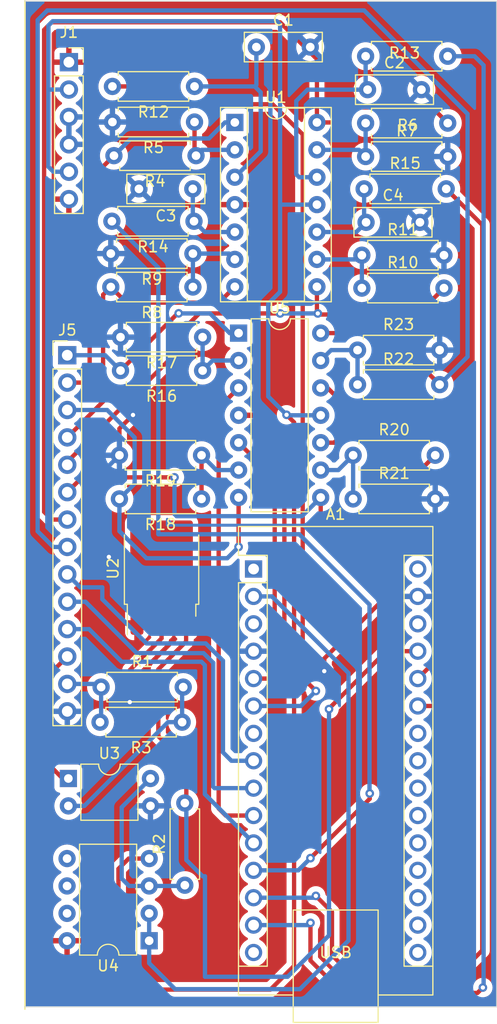
<source format=kicad_pcb>
(kicad_pcb (version 20221018) (generator pcbnew)
  (layers (0 "F.Cu" signal) (31 "B.Cu" signal) (34 "B.Paste" user) (35 "F.Paste" user) (36 "B.SilkS" user "B.Silkscreen") (37 "F.SilkS" user "F.Silkscreen") (38 "B.Mask" user) (39 "F.Mask" user) (44 "Edge.Cuts" user))
  (net 0 "")
  (net 2 "MIDI_DATA")
  (net 4 "GND")
  (net 5 "D2")
  (net 6 "D3")
  (net 7 "D4")
  (net 8 "ENCA")
  (net 9 "ENCB")
  (net 10 "D1")
  (net 13 "SW")
  (net 20 "A1")
  (net 21 "A2")
  (net 22 "A3")
  (net 23 "A4")
  (net 25 "+5V")
  (net 28 "Net-(U1A-+)")
  (net 29 "Net-(U1D-+)")
  (net 30 "Net-(U1B-+)")
  (net 31 "Net-(U1C-+)")
  (net 33 "CV1")
  (net 34 "CV4")
  (net 35 "CV3")
  (net 36 "CV2")
  (net 37 "GT1")
  (net 38 "GT2")
  (net 39 "GT3")
  (net 40 "GT4")
  (net 41 "MIDI-5")
  (net 42 "Net-(R1-Pad2)")
  (net 43 "Net-(U4A-+)")
  (net 44 "Net-(U1A--)")
  (net 45 "Net-(U1D--)")
  (net 46 "Net-(U1B--)")
  (net 47 "Net-(U1C--)")
  (net 48 "Net-(U5A--)")
  (net 49 "Net-(U5B--)")
  (net 50 "Net-(U5C--)")
  (net 51 "Net-(U5D--)")
  (net 52 "+12V")
  (net 53 "MIDI-4")
  (net 57 "-12V")
  (footprint "Package_DIP:DIP-8_W7.62mm" (layer "F.Cu") (at 155.53 131.66 180)
    (fp_text reference "U4" (at 3.81 -2.33) (layer "F.SilkS"))
    (fp_text value "TL072")
    (pad "1" thru_hole rect (at 0 0 180) (size 1.6 1.6) (drill 0.8) (layers "*.Cu" "*.Mask") (net 2 "MIDI_DATA"))
    (pad "2" thru_hole oval (at 0 2.54 180) (size 1.6 1.6) (drill 0.8) (layers "*.Cu" "*.Mask") (net 2 "MIDI_DATA"))
    (pad "3" thru_hole oval (at 0 5.08 180) (size 1.6 1.6) (drill 0.8) (layers "*.Cu" "*.Mask") (net 43 "Net-(U4A-+)"))
    (pad "4" thru_hole oval (at 0 7.62 180) (size 1.6 1.6) (drill 0.8) (layers "*.Cu" "*.Mask") (net 57 "-12V"))
    (pad "5" thru_hole oval (at 7.62 7.62 180) (size 1.6 1.6) (drill 0.8) (layers "*.Cu" "*.Mask"))
    (pad "6" thru_hole oval (at 7.62 5.08 180) (size 1.6 1.6) (drill 0.8) (layers "*.Cu" "*.Mask"))
    (pad "7" thru_hole oval (at 7.62 2.54 180) (size 1.6 1.6) (drill 0.8) (layers "*.Cu" "*.Mask"))
    (pad "8" thru_hole oval (at 7.62 0 180) (size 1.6 1.6) (drill 0.8) (layers "*.Cu" "*.Mask") (net 52 "+12V"))
  )
  (footprint "Capacitor_THT:C_Rect_L7.0mm_W2.5mm_P5.00mm" (layer "F.Cu") (at 165.48 48.79)
    (fp_text reference "C1" (at 2.5 -2.5) (layer "F.SilkS"))
    (fp_text value "C")
    (pad "1" thru_hole circle (at 0 0) (size 1.6 1.6) (drill 0.8) (layers "*.Cu" "*.Mask") (net 28 "Net-(U1A-+)"))
    (pad "2" thru_hole circle (at 5 0) (size 1.6 1.6) (drill 0.8) (layers "*.Cu" "*.Mask") (net 4 "GND"))
  )
  (footprint "Resistor_THT:R_Axial_DIN0207_L6.3mm_D2.5mm_P7.62mm_Horizontal" (layer "F.Cu") (at 151.07 108.14)
    (fp_text reference "R1" (at 3.81 -2.37) (layer "F.SilkS"))
    (fp_text value "R")
    (pad "1" thru_hole circle (at 0 0) (size 1.6 1.6) (drill 0.8) (layers "*.Cu" "*.Mask") (net 41 "MIDI-5"))
    (pad "2" thru_hole oval (at 7.62 0) (size 1.6 1.6) (drill 0.8) (layers "*.Cu" "*.Mask") (net 42 "Net-(R1-Pad2)"))
  )
  (footprint "Resistor_THT:R_Axial_DIN0207_L6.3mm_D2.5mm_P7.62mm_Horizontal" (layer "F.Cu") (at 174.46 90.69)
    (fp_text reference "R21" (at 3.81 -2.37) (layer "F.SilkS"))
    (fp_text value "R")
    (pad "1" thru_hole circle (at 0 0) (size 1.6 1.6) (drill 0.8) (layers "*.Cu" "*.Mask") (net 50 "Net-(U5C--)"))
    (pad "2" thru_hole oval (at 7.62 0) (size 1.6 1.6) (drill 0.8) (layers "*.Cu" "*.Mask") (net 4 "GND"))
  )
  (footprint "Capacitor_THT:C_Rect_L7.0mm_W2.5mm_P5.00mm" (layer "F.Cu") (at 159.58 61.94 180)
    (fp_text reference "C3" (at 2.5 -2.5) (layer "F.SilkS"))
    (fp_text value "C")
    (pad "1" thru_hole circle (at 0 0 180) (size 1.6 1.6) (drill 0.8) (layers "*.Cu" "*.Mask") (net 30 "Net-(U1B-+)"))
    (pad "2" thru_hole circle (at 5 0 180) (size 1.6 1.6) (drill 0.8) (layers "*.Cu" "*.Mask") (net 4 "GND"))
  )
  (footprint "Resistor_THT:R_Axial_DIN0207_L6.3mm_D2.5mm_P7.62mm_Horizontal" (layer "F.Cu") (at 174.87 76.89)
    (fp_text reference "R23" (at 3.81 -2.37) (layer "F.SilkS"))
    (fp_text value "R")
    (pad "1" thru_hole circle (at 0 0) (size 1.6 1.6) (drill 0.8) (layers "*.Cu" "*.Mask") (net 51 "Net-(U5D--)"))
    (pad "2" thru_hole oval (at 7.62 0) (size 1.6 1.6) (drill 0.8) (layers "*.Cu" "*.Mask") (net 4 "GND"))
  )
  (footprint "Resistor_THT:R_Axial_DIN0207_L6.3mm_D2.5mm_P7.62mm_Horizontal" (layer "F.Cu") (at 159.59 71.04 180)
    (fp_text reference "R8" (at 3.81 -2.37) (layer "F.SilkS"))
    (fp_text value "R")
    (pad "1" thru_hole circle (at 0 0 180) (size 1.6 1.6) (drill 0.8) (layers "*.Cu" "*.Mask") (net 46 "Net-(U1B--)"))
    (pad "2" thru_hole oval (at 7.62 0 180) (size 1.6 1.6) (drill 0.8) (layers "*.Cu" "*.Mask") (net 36 "CV2"))
  )
  (footprint "Resistor_THT:R_Axial_DIN0207_L6.3mm_D2.5mm_P7.62mm_Horizontal" (layer "F.Cu") (at 175.27 71.14)
    (fp_text reference "R10" (at 3.81 -2.37) (layer "F.SilkS"))
    (fp_text value "R")
    (pad "1" thru_hole circle (at 0 0) (size 1.6 1.6) (drill 0.8) (layers "*.Cu" "*.Mask") (net 47 "Net-(U1C--)"))
    (pad "2" thru_hole oval (at 7.62 0) (size 1.6 1.6) (drill 0.8) (layers "*.Cu" "*.Mask") (net 35 "CV3"))
  )
  (footprint "Capacitor_THT:C_Rect_L7.0mm_W2.5mm_P5.00mm" (layer "F.Cu") (at 175.8 52.74)
    (fp_text reference "C2" (at 2.5 -2.5) (layer "F.SilkS"))
    (fp_text value "C")
    (pad "1" thru_hole circle (at 0 0) (size 1.6 1.6) (drill 0.8) (layers "*.Cu" "*.Mask") (net 29 "Net-(U1D-+)"))
    (pad "2" thru_hole circle (at 5 0) (size 1.6 1.6) (drill 0.8) (layers "*.Cu" "*.Mask") (net 4 "GND"))
  )
  (footprint "Resistor_THT:R_Axial_DIN0207_L6.3mm_D2.5mm_P7.62mm_Horizontal" (layer "F.Cu") (at 175.62 49.64)
    (fp_text reference "R13" (at 3.61 -0.3) (layer "F.SilkS"))
    (fp_text value "R")
    (pad "1" thru_hole circle (at 0 0) (size 1.6 1.6) (drill 0.8) (layers "*.Cu" "*.Mask") (net 29 "Net-(U1D-+)"))
    (pad "2" thru_hole oval (at 7.62 0) (size 1.6 1.6) (drill 0.8) (layers "*.Cu" "*.Mask") (net 23 "A4"))
  )
  (footprint "Resistor_THT:R_Axial_DIN0207_L6.3mm_D2.5mm_P7.62mm_Horizontal" (layer "F.Cu") (at 174.46 86.64)
    (fp_text reference "R20" (at 3.81 -2.37) (layer "F.SilkS"))
    (fp_text value "R")
    (pad "1" thru_hole circle (at 0 0) (size 1.6 1.6) (drill 0.8) (layers "*.Cu" "*.Mask") (net 50 "Net-(U5C--)"))
    (pad "2" thru_hole oval (at 7.62 0) (size 1.6 1.6) (drill 0.8) (layers "*.Cu" "*.Mask") (net 39 "GT3"))
  )
  (footprint "Resistor_THT:R_Axial_DIN0207_L6.3mm_D2.5mm_P7.62mm_Horizontal" (layer "F.Cu") (at 158.84 126.51 90)
    (fp_text reference "R2" (at 3.81 -2.37 90) (layer "F.SilkS"))
    (fp_text value "R")
    (pad "1" thru_hole circle (at 0 0 90) (size 1.6 1.6) (drill 0.8) (layers "*.Cu" "*.Mask") (net 43 "Net-(U4A-+)"))
    (pad "2" thru_hole oval (at 7.62 0 90) (size 1.6 1.6) (drill 0.8) (layers "*.Cu" "*.Mask") (net 25 "+5V"))
  )
  (footprint "Resistor_THT:R_Axial_DIN0207_L6.3mm_D2.5mm_P7.62mm_Horizontal" (layer "F.Cu") (at 175.62 58.94)
    (fp_text reference "R7" (at 3.81 -2.37) (layer "F.SilkS"))
    (fp_text value "R")
    (pad "1" thru_hole circle (at 0 0) (size 1.6 1.6) (drill 0.8) (layers "*.Cu" "*.Mask") (net 45 "Net-(U1D--)"))
    (pad "2" thru_hole oval (at 7.62 0) (size 1.6 1.6) (drill 0.8) (layers "*.Cu" "*.Mask") (net 4 "GND"))
  )
  (footprint "Resistor_THT:R_Axial_DIN0207_L6.3mm_D2.5mm_P7.62mm_Horizontal" (layer "F.Cu") (at 159.59 67.94 180)
    (fp_text reference "R9" (at 3.81 -2.37) (layer "F.SilkS"))
    (fp_text value "R")
    (pad "1" thru_hole circle (at 0 0 180) (size 1.6 1.6) (drill 0.8) (layers "*.Cu" "*.Mask") (net 46 "Net-(U1B--)"))
    (pad "2" thru_hole oval (at 7.62 0 180) (size 1.6 1.6) (drill 0.8) (layers "*.Cu" "*.Mask") (net 4 "GND"))
  )
  (footprint "Resistor_THT:R_Axial_DIN0207_L6.3mm_D2.5mm_P7.62mm_Horizontal" (layer "F.Cu") (at 160.39 90.69 180)
    (fp_text reference "R18" (at 3.81 -2.37) (layer "F.SilkS"))
    (fp_text value "R")
    (pad "1" thru_hole circle (at 0 0 180) (size 1.6 1.6) (drill 0.8) (layers "*.Cu" "*.Mask") (net 49 "Net-(U5B--)"))
    (pad "2" thru_hole oval (at 7.62 0 180) (size 1.6 1.6) (drill 0.8) (layers "*.Cu" "*.Mask") (net 38 "GT2"))
  )
  (footprint "Resistor_THT:R_Axial_DIN0207_L6.3mm_D2.5mm_P7.62mm_Horizontal" (layer "F.Cu") (at 160.49 75.69 180)
    (fp_text reference "R17" (at 3.81 -2.37) (layer "F.SilkS"))
    (fp_text value "R")
    (pad "1" thru_hole circle (at 0 0 180) (size 1.6 1.6) (drill 0.8) (layers "*.Cu" "*.Mask") (net 48 "Net-(U5A--)"))
    (pad "2" thru_hole oval (at 7.62 0 180) (size 1.6 1.6) (drill 0.8) (layers "*.Cu" "*.Mask") (net 4 "GND"))
  )
  (footprint "Package_DIP:DIP-4_W7.62mm" (layer "F.Cu") (at 148.03 116.615)
    (fp_text reference "U3" (at 3.81 -2.33) (layer "F.SilkS"))
    (fp_text value "EL817")
    (pad "1" thru_hole rect (at 0 0) (size 1.6 1.6) (drill 0.8) (layers "*.Cu" "*.Mask") (net 53 "MIDI-4"))
    (pad "2" thru_hole oval (at 0 2.54) (size 1.6 1.6) (drill 0.8) (layers "*.Cu" "*.Mask") (net 42 "Net-(R1-Pad2)"))
    (pad "3" thru_hole oval (at 7.62 2.54) (size 1.6 1.6) (drill 0.8) (layers "*.Cu" "*.Mask") (net 4 "GND"))
    (pad "4" thru_hole oval (at 7.62 0) (size 1.6 1.6) (drill 0.8) (layers "*.Cu" "*.Mask") (net 43 "Net-(U4A-+)"))
  )
  (footprint "Resistor_THT:R_Axial_DIN0207_L6.3mm_D2.5mm_P7.62mm_Horizontal" (layer "F.Cu") (at 160.49 78.79 180)
    (fp_text reference "R16" (at 3.81 -2.37) (layer "F.SilkS"))
    (fp_text value "R")
    (pad "1" thru_hole circle (at 0 0 180) (size 1.6 1.6) (drill 0.8) (layers "*.Cu" "*.Mask") (net 48 "Net-(U5A--)"))
    (pad "2" thru_hole oval (at 7.62 0 180) (size 1.6 1.6) (drill 0.8) (layers "*.Cu" "*.Mask") (net 37 "GT1"))
  )
  (footprint "Resistor_THT:R_Axial_DIN0207_L6.3mm_D2.5mm_P7.62mm_Horizontal" (layer "F.Cu") (at 175.48 61.94)
    (fp_text reference "R15" (at 3.81 -2.37) (layer "F.SilkS"))
    (fp_text value "R")
    (pad "1" thru_hole circle (at 0 0) (size 1.6 1.6) (drill 0.8) (layers "*.Cu" "*.Mask") (net 31 "Net-(U1C-+)"))
    (pad "2" thru_hole oval (at 7.62 0) (size 1.6 1.6) (drill 0.8) (layers "*.Cu" "*.Mask") (net 22 "A3"))
  )
  (footprint "Package_DIP:DIP-14_W7.62mm_Socket" (layer "F.Cu") (at 163.48 55.78)
    (fp_text reference "U1" (at 3.81 -2.33) (layer "F.SilkS"))
    (fp_text value "TL074")
    (pad "1" thru_hole rect (at 0 0) (size 1.6 1.6) (drill 0.8) (layers "*.Cu" "*.Mask") (net 33 "CV1"))
    (pad "2" thru_hole oval (at 0 2.54) (size 1.6 1.6) (drill 0.8) (layers "*.Cu" "*.Mask") (net 44 "Net-(U1A--)"))
    (pad "3" thru_hole oval (at 0 5.08) (size 1.6 1.6) (drill 0.8) (layers "*.Cu" "*.Mask") (net 28 "Net-(U1A-+)"))
    (pad "4" thru_hole oval (at 0 7.62) (size 1.6 1.6) (drill 0.8) (layers "*.Cu" "*.Mask") (net 52 "+12V"))
    (pad "5" thru_hole oval (at 0 10.16) (size 1.6 1.6) (drill 0.8) (layers "*.Cu" "*.Mask") (net 30 "Net-(U1B-+)"))
    (pad "6" thru_hole oval (at 0 12.7) (size 1.6 1.6) (drill 0.8) (layers "*.Cu" "*.Mask") (net 46 "Net-(U1B--)"))
    (pad "7" thru_hole oval (at 0 15.24) (size 1.6 1.6) (drill 0.8) (layers "*.Cu" "*.Mask") (net 36 "CV2"))
    (pad "8" thru_hole oval (at 7.62 15.24) (size 1.6 1.6) (drill 0.8) (layers "*.Cu" "*.Mask") (net 35 "CV3"))
    (pad "9" thru_hole oval (at 7.62 12.7) (size 1.6 1.6) (drill 0.8) (layers "*.Cu" "*.Mask") (net 47 "Net-(U1C--)"))
    (pad "10" thru_hole oval (at 7.62 10.16) (size 1.6 1.6) (drill 0.8) (layers "*.Cu" "*.Mask") (net 31 "Net-(U1C-+)"))
    (pad "11" thru_hole oval (at 7.62 7.62) (size 1.6 1.6) (drill 0.8) (layers "*.Cu" "*.Mask") (net 57 "-12V"))
    (pad "12" thru_hole oval (at 7.62 5.08) (size 1.6 1.6) (drill 0.8) (layers "*.Cu" "*.Mask") (net 29 "Net-(U1D-+)"))
    (pad "13" thru_hole oval (at 7.62 2.54) (size 1.6 1.6) (drill 0.8) (layers "*.Cu" "*.Mask") (net 45 "Net-(U1D--)"))
    (pad "14" thru_hole oval (at 7.62 0) (size 1.6 1.6) (drill 0.8) (layers "*.Cu" "*.Mask") (net 34 "CV4"))
  )
  (footprint "Connector_PinHeader_2.54mm:PinHeader_1x14_P2.54mm_Vertical" (layer "F.Cu") (at 147.93 77.365)
    (fp_text reference "J5" (at 0 -2.33) (layer "F.SilkS"))
    (fp_text value "Conn_01x14_Pin")
    (pad "1" thru_hole rect (at 0 0) (size 1.7 1.7) (drill 1) (layers "*.Cu" "*.Mask") (net 37 "GT1"))
    (pad "2" thru_hole oval (at 0 2.54) (size 1.7 1.7) (drill 1) (layers "*.Cu" "*.Mask") (net 33 "CV1"))
    (pad "3" thru_hole oval (at 0 5.08) (size 1.7 1.7) (drill 1) (layers "*.Cu" "*.Mask") (net 38 "GT2"))
    (pad "4" thru_hole oval (at 0 7.62) (size 1.7 1.7) (drill 1) (layers "*.Cu" "*.Mask") (net 36 "CV2"))
    (pad "5" thru_hole oval (at 0 10.16) (size 1.7 1.7) (drill 1) (layers "*.Cu" "*.Mask") (net 35 "CV3"))
    (pad "6" thru_hole oval (at 0 12.7) (size 1.7 1.7) (drill 1) (layers "*.Cu" "*.Mask") (net 39 "GT3"))
    (pad "7" thru_hole oval (at 0 15.24) (size 1.7 1.7) (drill 1) (layers "*.Cu" "*.Mask") (net 34 "CV4"))
    (pad "8" thru_hole oval (at 0 17.78) (size 1.7 1.7) (drill 1) (layers "*.Cu" "*.Mask") (net 40 "GT4"))
    (pad "9" thru_hole oval (at 0 20.32) (size 1.7 1.7) (drill 1) (layers "*.Cu" "*.Mask") (net 8 "ENCA"))
    (pad "10" thru_hole oval (at 0 22.86) (size 1.7 1.7) (drill 1) (layers "*.Cu" "*.Mask") (net 9 "ENCB"))
    (pad "11" thru_hole oval (at 0 25.4) (size 1.7 1.7) (drill 1) (layers "*.Cu" "*.Mask") (net 13 "SW"))
    (pad "12" thru_hole oval (at 0 27.94) (size 1.7 1.7) (drill 1) (layers "*.Cu" "*.Mask") (net 53 "MIDI-4"))
    (pad "13" thru_hole oval (at 0 30.48) (size 1.7 1.7) (drill 1) (layers "*.Cu" "*.Mask") (net 41 "MIDI-5"))
    (pad "14" thru_hole oval (at 0 33.02) (size 1.7 1.7) (drill 1) (layers "*.Cu" "*.Mask") (net 4 "GND"))
  )
  (footprint "Resistor_THT:R_Axial_DIN0207_L6.3mm_D2.5mm_P7.62mm_Horizontal" (layer "F.Cu") (at 159.74 52.44 180)
    (fp_text reference "R12" (at 3.81 -2.37) (layer "F.SilkS"))
    (fp_text value "R")
    (pad "1" thru_hole circle (at 0 0 180) (size 1.6 1.6) (drill 0.8) (layers "*.Cu" "*.Mask") (net 28 "Net-(U1A-+)"))
    (pad "2" thru_hole oval (at 7.62 0 180) (size 1.6 1.6) (drill 0.8) (layers "*.Cu" "*.Mask") (net 20 "A1"))
  )
  (footprint "Resistor_THT:R_Axial_DIN0207_L6.3mm_D2.5mm_P7.62mm_Horizontal" (layer "F.Cu") (at 159.74 55.74 180)
    (fp_text reference "R5" (at 3.81 -2.37) (layer "F.SilkS"))
    (fp_text value "R")
    (pad "1" thru_hole circle (at 0 0 180) (size 1.6 1.6) (drill 0.8) (layers "*.Cu" "*.Mask") (net 44 "Net-(U1A--)"))
    (pad "2" thru_hole oval (at 7.62 0 180) (size 1.6 1.6) (drill 0.8) (layers "*.Cu" "*.Mask") (net 4 "GND"))
  )
  (footprint "Package_DIP:DIP-14_W7.62mm" (layer "F.Cu") (at 163.83 75.315)
    (fp_text reference "U5" (at 3.81 -2.33) (layer "F.SilkS"))
    (fp_text value "TL074")
    (pad "1" thru_hole rect (at 0 0) (size 1.6 1.6) (drill 0.8) (layers "*.Cu" "*.Mask") (net 37 "GT1"))
    (pad "2" thru_hole oval (at 0 2.54) (size 1.6 1.6) (drill 0.8) (layers "*.Cu" "*.Mask") (net 48 "Net-(U5A--)"))
    (pad "3" thru_hole oval (at 0 5.08) (size 1.6 1.6) (drill 0.8) (layers "*.Cu" "*.Mask") (net 10 "D1"))
    (pad "4" thru_hole oval (at 0 7.62) (size 1.6 1.6) (drill 0.8) (layers "*.Cu" "*.Mask") (net 52 "+12V"))
    (pad "5" thru_hole oval (at 0 10.16) (size 1.6 1.6) (drill 0.8) (layers "*.Cu" "*.Mask") (net 5 "D2"))
    (pad "6" thru_hole oval (at 0 12.7) (size 1.6 1.6) (drill 0.8) (layers "*.Cu" "*.Mask") (net 49 "Net-(U5B--)"))
    (pad "7" thru_hole oval (at 0 15.24) (size 1.6 1.6) (drill 0.8) (layers "*.Cu" "*.Mask") (net 38 "GT2"))
    (pad "8" thru_hole oval (at 7.62 15.24) (size 1.6 1.6) (drill 0.8) (layers "*.Cu" "*.Mask") (net 39 "GT3"))
    (pad "9" thru_hole oval (at 7.62 12.7) (size 1.6 1.6) (drill 0.8) (layers "*.Cu" "*.Mask") (net 50 "Net-(U5C--)"))
    (pad "10" thru_hole oval (at 7.62 10.16) (size 1.6 1.6) (drill 0.8) (layers "*.Cu" "*.Mask") (net 6 "D3"))
    (pad "11" thru_hole oval (at 7.62 7.62) (size 1.6 1.6) (drill 0.8) (layers "*.Cu" "*.Mask") (net 57 "-12V"))
    (pad "12" thru_hole oval (at 7.62 5.08) (size 1.6 1.6) (drill 0.8) (layers "*.Cu" "*.Mask") (net 7 "D4"))
    (pad "13" thru_hole oval (at 7.62 2.54) (size 1.6 1.6) (drill 0.8) (layers "*.Cu" "*.Mask") (net 51 "Net-(U5D--)"))
    (pad "14" thru_hole oval (at 7.62 0) (size 1.6 1.6) (drill 0.8) (layers "*.Cu" "*.Mask") (net 40 "GT4"))
  )
  (footprint "Resistor_THT:R_Axial_DIN0207_L6.3mm_D2.5mm_P7.62mm_Horizontal" (layer "F.Cu") (at 159.88 58.86 180)
    (fp_text reference "R4" (at 3.81 -2.37) (layer "F.SilkS"))
    (fp_text value "R")
    (pad "1" thru_hole circle (at 0 0 180) (size 1.6 1.6) (drill 0.8) (layers "*.Cu" "*.Mask") (net 44 "Net-(U1A--)"))
    (pad "2" thru_hole oval (at 7.62 0 180) (size 1.6 1.6) (drill 0.8) (layers "*.Cu" "*.Mask") (net 33 "CV1"))
  )
  (footprint "Package_TO_SOT_SMD:TO-252-3_TabPin2" (layer "F.Cu") (at 156.68 97.15 90)
    (fp_text reference "U2" (at 0 -4.5 90) (layer "F.SilkS"))
    (fp_text value "L7806")
    (pad "1" smd roundrect (at -5.04 -2.28 90) (size 2.2 1.2) (layers "F.Cu" "F.Paste" "F.Mask") (roundrect_rratio 0.2083333333) (net 52 "+12V"))
    (pad "2" smd roundrect (at -5.04 0 90) (size 2.2 1.2) (layers "F.Cu" "F.Paste" "F.Mask") (roundrect_rratio 0.2083333333) (net 4 "GND"))
    (pad "2" smd roundrect (at -0.415 -1.525 90) (size 3.05 2.75) (layers "F.Cu" "F.Paste") (roundrect_rratio 0.09090909091) (net 4 "GND"))
    (pad "2" smd roundrect (at -0.415 1.525 90) (size 3.05 2.75) (layers "F.Cu" "F.Paste") (roundrect_rratio 0.09090909091) (net 4 "GND"))
    (pad "2" smd roundrect (at 1.26 0 90) (size 6.4 5.8) (layers "F.Cu" "F.Mask") (roundrect_rratio 0.04310293103) (net 4 "GND"))
    (pad "2" smd roundrect (at 2.935 -1.525 90) (size 3.05 2.75) (layers "F.Cu" "F.Paste") (roundrect_rratio 0.09090909091) (net 4 "GND"))
    (pad "2" smd roundrect (at 2.935 1.525 90) (size 3.05 2.75) (layers "F.Cu" "F.Paste") (roundrect_rratio 0.09090909091) (net 4 "GND"))
    (pad "3" smd roundrect (at -5.04 2.28 90) (size 2.2 1.2) (layers "F.Cu" "F.Paste" "F.Mask") (roundrect_rratio 0.2083333333) (net 25 "+5V"))
  )
  (footprint "Capacitor_THT:C_Rect_L7.0mm_W2.5mm_P5.00mm" (layer "F.Cu") (at 175.66 65.04)
    (fp_text reference "C4" (at 2.5 -2.5) (layer "F.SilkS"))
    (fp_text value "C")
    (pad "1" thru_hole circle (at 0 0) (size 1.6 1.6) (drill 0.8) (layers "*.Cu" "*.Mask") (net 31 "Net-(U1C-+)"))
    (pad "2" thru_hole circle (at 5 0) (size 1.6 1.6) (drill 0.8) (layers "*.Cu" "*.Mask") (net 4 "GND"))
  )
  (footprint "Resistor_THT:R_Axial_DIN0207_L6.3mm_D2.5mm_P7.62mm_Horizontal" (layer "F.Cu") (at 174.87 80.09)
    (fp_text reference "R22" (at 3.81 -2.37) (layer "F.SilkS"))
    (fp_text value "R")
    (pad "1" thru_hole circle (at 0 0) (size 1.6 1.6) (drill 0.8) (layers "*.Cu" "*.Mask") (net 51 "Net-(U5D--)"))
    (pad "2" thru_hole oval (at 7.62 0) (size 1.6 1.6) (drill 0.8) (layers "*.Cu" "*.Mask") (net 40 "GT4"))
  )
  (footprint "Resistor_THT:R_Axial_DIN0207_L6.3mm_D2.5mm_P7.62mm_Horizontal" (layer "F.Cu") (at 175.62 55.84)
    (fp_text reference "R6" (at 3.91 0.2 180) (layer "F.SilkS"))
    (fp_text value "R")
    (pad "1" thru_hole circle (at 0 0) (size 1.6 1.6) (drill 0.8) (layers "*.Cu" "*.Mask") (net 45 "Net-(U1D--)"))
    (pad "2" thru_hole oval (at 7.62 0) (size 1.6 1.6) (drill 0.8) (layers "*.Cu" "*.Mask") (net 34 "CV4"))
  )
  (footprint "Module:Arduino_Nano" (layer "F.Cu") (at 165.22 97.19)
    (fp_text reference "A1" (at 7.62 -5.08) (layer "F.SilkS"))
    (fp_text value "Arduino_Nano_Every")
    (fp_text user "USB" (at 7.62 35.56 unlocked) (layer "F.SilkS"))
    (pad "1" thru_hole rect (at 0 0) (size 1.6 1.6) (drill 1) (layers "*.Cu" "*.Mask"))
    (pad "2" thru_hole oval (at 0 2.54) (size 1.6 1.6) (drill 1) (layers "*.Cu" "*.Mask") (net 2 "MIDI_DATA"))
    (pad "3" thru_hole oval (at 0 5.08) (size 1.6 1.6) (drill 1) (layers "*.Cu" "*.Mask"))
    (pad "4" thru_hole oval (at 0 7.62) (size 1.6 1.6) (drill 1) (layers "*.Cu" "*.Mask") (net 4 "GND"))
    (pad "5" thru_hole oval (at 0 10.16) (size 1.6 1.6) (drill 1) (layers "*.Cu" "*.Mask") (net 5 "D2"))
    (pad "6" thru_hole oval (at 0 12.7) (size 1.6 1.6) (drill 1) (layers "*.Cu" "*.Mask") (net 20 "A1"))
    (pad "7" thru_hole oval (at 0 15.24) (size 1.6 1.6) (drill 1) (layers "*.Cu" "*.Mask"))
    (pad "8" thru_hole oval (at 0 17.78) (size 1.6 1.6) (drill 1) (layers "*.Cu" "*.Mask") (net 8 "ENCA"))
    (pad "9" thru_hole oval (at 0 20.32) (size 1.6 1.6) (drill 1) (layers "*.Cu" "*.Mask") (net 9 "ENCB"))
    (pad "10" thru_hole oval (at 0 22.86) (size 1.6 1.6) (drill 1) (layers "*.Cu" "*.Mask") (net 10 "D1"))
    (pad "11" thru_hole oval (at 0 25.4) (size 1.6 1.6) (drill 1) (layers "*.Cu" "*.Mask") (net 13 "SW"))
    (pad "12" thru_hole oval (at 0 27.94) (size 1.6 1.6) (drill 1) (layers "*.Cu" "*.Mask") (net 21 "A2"))
    (pad "13" thru_hole oval (at 0 30.48) (size 1.6 1.6) (drill 1) (layers "*.Cu" "*.Mask") (net 22 "A3"))
    (pad "14" thru_hole oval (at 0 33.02) (size 1.6 1.6) (drill 1) (layers "*.Cu" "*.Mask") (net 23 "A4"))
    (pad "15" thru_hole oval (at 0 35.56) (size 1.6 1.6) (drill 1) (layers "*.Cu" "*.Mask"))
    (pad "16" thru_hole oval (at 15.24 35.56) (size 1.6 1.6) (drill 1) (layers "*.Cu" "*.Mask"))
    (pad "17" thru_hole oval (at 15.24 33.02) (size 1.6 1.6) (drill 1) (layers "*.Cu" "*.Mask"))
    (pad "18" thru_hole oval (at 15.24 30.48) (size 1.6 1.6) (drill 1) (layers "*.Cu" "*.Mask"))
    (pad "19" thru_hole oval (at 15.24 27.94) (size 1.6 1.6) (drill 1) (layers "*.Cu" "*.Mask"))
    (pad "20" thru_hole oval (at 15.24 25.4) (size 1.6 1.6) (drill 1) (layers "*.Cu" "*.Mask"))
    (pad "21" thru_hole oval (at 15.24 22.86) (size 1.6 1.6) (drill 1) (layers "*.Cu" "*.Mask"))
    (pad "22" thru_hole oval (at 15.24 20.32) (size 1.6 1.6) (drill 1) (layers "*.Cu" "*.Mask"))
    (pad "23" thru_hole oval (at 15.24 17.78) (size 1.6 1.6) (drill 1) (layers "*.Cu" "*.Mask"))
    (pad "24" thru_hole oval (at 15.24 15.24) (size 1.6 1.6) (drill 1) (layers "*.Cu" "*.Mask"))
    (pad "25" thru_hole oval (at 15.24 12.7) (size 1.6 1.6) (drill 1) (layers "*.Cu" "*.Mask") (net 7 "D4"))
    (pad "26" thru_hole oval (at 15.24 10.16) (size 1.6 1.6) (drill 1) (layers "*.Cu" "*.Mask") (net 6 "D3"))
    (pad "27" thru_hole oval (at 15.24 7.62) (size 1.6 1.6) (drill 1) (layers "*.Cu" "*.Mask") (net 25 "+5V"))
    (pad "28" thru_hole oval (at 15.24 5.08) (size 1.6 1.6) (drill 1) (layers "*.Cu" "*.Mask"))
    (pad "29" thru_hole oval (at 15.24 2.54) (size 1.6 1.6) (drill 1) (layers "*.Cu" "*.Mask") (net 4 "GND"))
    (pad "30" thru_hole oval (at 15.24 0) (size 1.6 1.6) (drill 1) (layers "*.Cu" "*.Mask"))
  )
  (footprint "Connector_PinSocket_2.54mm:PinSocket_1x06_P2.54mm_Vertical" (layer "F.Cu") (at 148.08 50.19)
    (fp_text reference "J1" (at 0 -2.77) (layer "F.SilkS"))
    (fp_text value "Conn_01x06_Pin")
    (pad "1" thru_hole rect (at 0 0) (size 1.7 1.7) (drill 1) (layers "*.Cu" "*.Mask") (net 52 "+12V"))
    (pad "2" thru_hole oval (at 0 2.54) (size 1.7 1.7) (drill 1) (layers "*.Cu" "*.Mask") (net 57 "-12V"))
    (pad "3" thru_hole oval (at 0 5.08) (size 1.7 1.7) (drill 1) (layers "*.Cu" "*.Mask") (net 4 "GND"))
    (pad "4" thru_hole oval (at 0 7.62) (size 1.7 1.7) (drill 1) (layers "*.Cu" "*.Mask") (net 4 "GND"))
    (pad "5" thru_hole oval (at 0 10.16) (size 1.7 1.7) (drill 1) (layers "*.Cu" "*.Mask") (net 57 "-12V"))
    (pad "6" thru_hole oval (at 0 12.7) (size 1.7 1.7) (drill 1) (layers "*.Cu" "*.Mask") (net 52 "+12V"))
  )
  (footprint "Resistor_THT:R_Axial_DIN0207_L6.3mm_D2.5mm_P7.62mm_Horizontal" (layer "F.Cu") (at 175.27 68.09)
    (fp_text reference "R11" (at 3.81 -2.37) (layer "F.SilkS"))
    (fp_text value "R")
    (pad "1" thru_hole circle (at 0 0) (size 1.6 1.6) (drill 0.8) (layers "*.Cu" "*.Mask") (net 47 "Net-(U1C--)"))
    (pad "2" thru_hole oval (at 7.62 0) (size 1.6 1.6) (drill 0.8) (layers "*.Cu" "*.Mask") (net 4 "GND"))
  )
  (footprint "Resistor_THT:R_Axial_DIN0207_L6.3mm_D2.5mm_P7.62mm_Horizontal" (layer "F.Cu") (at 158.59 111.39 180)
    (fp_text reference "R3" (at 3.81 -2.37) (layer "F.SilkS"))
    (fp_text value "R")
    (pad "1" thru_hole circle (at 0 0 180) (size 1.6 1.6) (drill 0.8) (layers "*.Cu" "*.Mask") (net 42 "Net-(R1-Pad2)"))
    (pad "2" thru_hole oval (at 7.62 0 180) (size 1.6 1.6) (drill 0.8) (layers "*.Cu" "*.Mask") (net 41 "MIDI-5"))
  )
  (footprint "Resistor_THT:R_Axial_DIN0207_L6.3mm_D2.5mm_P7.62mm_Horizontal" (layer "F.Cu") (at 160.39 86.64 180)
    (fp_text reference "R19" (at 3.81 -2.37) (layer "F.SilkS"))
    (fp_text value "R")
    (pad "1" thru_hole circle (at 0 0 180) (size 1.6 1.6) (drill 0.8) (layers "*.Cu" "*.Mask") (net 49 "Net-(U5B--)"))
    (pad "2" thru_hole oval (at 7.62 0 180) (size 1.6 1.6) (drill 0.8) (layers "*.Cu" "*.Mask") (net 4 "GND"))
  )
  (footprint "Resistor_THT:R_Axial_DIN0207_L6.3mm_D2.5mm_P7.62mm_Horizontal" (layer "F.Cu") (at 159.69 64.94 180)
    (fp_text reference "R14" (at 3.81 -2.37) (layer "F.SilkS"))
    (fp_text value "R")
    (pad "1" thru_hole circle (at 0 0 180) (size 1.6 1.6) (drill 0.8) (layers "*.Cu" "*.Mask") (net 30 "Net-(U1B-+)"))
    (pad "2" thru_hole oval (at 7.62 0 180) (size 1.6 1.6) (drill 0.8) (layers "*.Cu" "*.Mask") (net 21 "A2"))
  )
  (gr_line (start 144 138) (end 144 44.5) (stroke (width 0.15)) (layer "F.SilkS"))
  (gr_line (start 187.78 44.54) (end 144 44.53) (stroke (width 0.1)) (layer "Edge.Cuts"))
  (gr_line (start 187.78 44.54) (end 187.78 137.79) (stroke (width 0.1)) (layer "Edge.Cuts"))
  (gr_line (start 187.78 137.79) (end 144 137.79) (stroke (width 0.1)) (layer "Edge.Cuts"))
  (segment (start 155.53 131.66) (end 155.53 133.74) (width 0.4) (layer "B.Cu") (net 2))
  (segment (start 169.52 136.15) (end 174.03 131.64) (width 0.4) (layer "B.Cu") (net 2))
  (segment (start 155.53 129.12) (end 155.53 131.66) (width 0.4) (layer "B.Cu") (net 2))
  (segment (start 155.53 133.74) (end 157.94 136.15) (width 0.4) (layer "B.Cu") (net 2))
  (segment (start 166.92 99.73) (end 165.22 99.73) (width 0.4) (layer "B.Cu") (net 2))
  (segment (start 157.94 136.15) (end 169.52 136.15) (width 0.4) (layer "B.Cu") (net 2))
  (segment (start 174.03 131.64) (end 174.03 106.84) (width 0.4) (layer "B.Cu") (net 2))
  (segment (start 174.03 106.84) (end 166.92 99.73) (width 0.4) (layer "B.Cu") (net 2))
  (segment (start 156.68 103.62) (end 156.68 102.19) (width 0.4) (layer "F.Cu") (net 4))
  (segment (start 152.77 86.64) (end 152.77 84.165) (width 0.4) (layer "F.Cu") (net 4))
  (segment (start 177.54 99.73) (end 180.46 99.73) (width 0.4) (layer "F.Cu") (net 4))
  (segment (start 171.78 106.66) (end 171.78 105.49) (width 0.4) (layer "F.Cu") (net 4))
  (segment (start 151.97 95.89) (end 156.68 95.89) (width 0.4) (layer "F.Cu") (net 4))
  (segment (start 153.73 109.53) (end 153.73 106.57) (width 0.4) (layer "F.Cu") (net 4))
  (segment (start 153.73 106.57) (end 156.68 103.62) (width 0.4) (layer "F.Cu") (net 4))
  (segment (start 171.78 105.49) (end 177.54 99.73) (width 0.4) (layer "F.Cu") (net 4))
  (segment (start 156.68 102.19) (end 156.68 99.09) (width 0.4) (layer "F.Cu") (net 4))
  (segment (start 151.79 96.07) (end 151.97 95.89) (width 0.4) (layer "F.Cu") (net 4))
  (segment (start 152.77 84.165) (end 154.03 82.905) (width 0.4) (layer "F.Cu") (net 4))
  (via (at 153.73 109.53) (size 0.8) (drill 0.4) (layers "F.Cu" "B.Cu") (net 4))
  (via (at 171.78 106.66) (size 0.8) (drill 0.4) (layers "F.Cu" "B.Cu") (net 4))
  (via (at 151.79 96.07) (size 0.8) (drill 0.4) (layers "F.Cu" "B.Cu") (net 4))
  (via (at 154.03 82.905) (size 0.8) (drill 0.4) (layers "F.Cu" "B.Cu") (net 4))
  (segment (start 151.79 96.07) (end 151.77 96.05) (width 0.4) (layer "B.Cu") (net 4))
  (segment (start 150.55 94.83) (end 151.79 96.07) (width 0.4) (layer "B.Cu") (net 4))
  (segment (start 152.77 86.64) (end 150.72 88.69) (width 0.4) (layer "B.Cu") (net 4))
  (segment (start 171.78 106.66) (end 169.93 104.81) (width 0.4) (layer "B.Cu") (net 4))
  (segment (start 169.93 104.81) (end 165.22 104.81) (width 0.4) (layer "B.Cu") (net 4))
  (segment (start 150.72 88.69) (end 150.55 88.69) (width 0.4) (layer "B.Cu") (net 4))
  (segment (start 150.55 88.69) (end 150.55 94.83) (width 0.4) (layer "B.Cu") (net 4))
  (segment (start 167.18 88.825) (end 163.83 85.475) (width 0.4) (layer "F.Cu") (net 5))
  (segment (start 167.18 106.79) (end 167.18 88.825) (width 0.4) (layer "F.Cu") (net 5))
  (segment (start 166.62 107.35) (end 167.18 106.79) (width 0.4) (layer "F.Cu") (net 5))
  (segment (start 165.22 107.35) (end 166.62 107.35) (width 0.4) (layer "F.Cu") (net 5))
  (segment (start 184.38 85.29) (end 184.38 103.43) (width 0.4) (layer "F.Cu") (net 6))
  (segment (start 171.45 85.475) (end 172.695 85.475) (width 0.4) (layer "F.Cu") (net 6))
  (segment (start 172.695 85.475) (end 173.68 84.49) (width 0.4) (layer "F.Cu") (net 6))
  (segment (start 173.68 84.49) (end 183.58 84.49) (width 0.4) (layer "F.Cu") (net 6))
  (segment (start 184.38 103.43) (end 180.46 107.35) (width 0.4) (layer "F.Cu") (net 6))
  (segment (start 183.58 84.49) (end 184.38 85.29) (width 0.4) (layer "F.Cu") (net 6))
  (segment (start 171.45 80.395) (end 172.085 80.395) (width 0.4) (layer "F.Cu") (net 7))
  (segment (start 173.78 82.09) (end 185.5 82.09) (width 0.4) (layer "F.Cu") (net 7))
  (segment (start 183.48 109.89) (end 180.46 109.89) (width 0.4) (layer "F.Cu") (net 7))
  (segment (start 185.5 82.09) (end 185.5 107.87) (width 0.4) (layer "F.Cu") (net 7))
  (segment (start 172.085 80.395) (end 173.78 82.09) (width 0.4) (layer "F.Cu") (net 7))
  (segment (start 185.5 107.87) (end 183.48 109.89) (width 0.4) (layer "F.Cu") (net 7))
  (segment (start 151.18 99.99) (end 151.18 98.89) (width 0.4) (layer "B.Cu") (net 8))
  (segment (start 155.28 104.09) (end 151.18 99.99) (width 0.4) (layer "B.Cu") (net 8))
  (segment (start 162.38 114.19) (end 162.38 105.69) (width 0.4) (layer "B.Cu") (net 8))
  (segment (start 151.18 98.89) (end 149.135 98.89) (width 0.4) (layer "B.Cu") (net 8))
  (segment (start 160.78 104.09) (end 155.28 104.09) (width 0.4) (layer "B.Cu") (net 8))
  (segment (start 163.16 114.97) (end 162.38 114.19) (width 0.4) (layer "B.Cu") (net 8))
  (segment (start 165.22 114.97) (end 163.16 114.97) (width 0.4) (layer "B.Cu") (net 8))
  (segment (start 162.38 105.69) (end 160.78 104.09) (width 0.4) (layer "B.Cu") (net 8))
  (segment (start 149.135 98.89) (end 147.93 97.685) (width 0.4) (layer "B.Cu") (net 8))
  (segment (start 147.93 100.225) (end 149.615 100.225) (width 0.4) (layer "B.Cu") (net 9))
  (segment (start 161.6 117.51) (end 165.22 117.51) (width 0.4) (layer "B.Cu") (net 9))
  (segment (start 161.48 105.89) (end 161.48 117.39) (width 0.4) (layer "B.Cu") (net 9))
  (segment (start 160.58 104.99) (end 161.48 105.89) (width 0.4) (layer "B.Cu") (net 9))
  (segment (start 149.615 100.225) (end 154.38 104.99) (width 0.4) (layer "B.Cu") (net 9))
  (segment (start 161.48 117.39) (end 161.6 117.51) (width 0.4) (layer "B.Cu") (net 9))
  (segment (start 154.38 104.99) (end 160.58 104.99) (width 0.4) (layer "B.Cu") (net 9))
  (segment (start 161.98 82.245) (end 163.83 80.395) (width 0.4) (layer "F.Cu") (net 10))
  (segment (start 165.22 120.05) (end 162.64 120.05) (width 0.4) (layer "F.Cu") (net 10))
  (segment (start 162.64 120.05) (end 161.98 119.39) (width 0.4) (layer "F.Cu") (net 10))
  (segment (start 161.98 119.39) (end 161.98 82.245) (width 0.4) (layer "F.Cu") (net 10))
  (segment (start 149.955 102.765) (end 152.98 105.79) (width 0.4) (layer "B.Cu") (net 13))
  (segment (start 160.7 118.07) (end 165.22 122.59) (width 0.4) (layer "B.Cu") (net 13))
  (segment (start 152.98 105.79) (end 160.38 105.79) (width 0.4) (layer "B.Cu") (net 13))
  (segment (start 147.93 102.765) (end 149.955 102.765) (width 0.4) (layer "B.Cu") (net 13))
  (segment (start 160.7 106.11) (end 160.7 118.07) (width 0.4) (layer "B.Cu") (net 13))
  (segment (start 160.38 105.79) (end 160.7 106.11) (width 0.4) (layer "B.Cu") (net 13))
  (segment (start 169.78 107.28) (end 171 108.5) (width 0.4) (layer "F.Cu") (net 20))
  (segment (start 155.63 52.44) (end 157.28 54.09) (width 0.4) (layer "F.Cu") (net 20))
  (segment (start 169.78 56.89) (end 169.78 107.28) (width 0.4) (layer "F.Cu") (net 20))
  (segment (start 157.28 54.09) (end 166.98 54.09) (width 0.4) (layer "F.Cu") (net 20))
  (segment (start 152.12 52.44) (end 155.63 52.44) (width 0.4) (layer "F.Cu") (net 20))
  (segment (start 166.98 54.09) (end 169.78 56.89) (width 0.4) (layer "F.Cu") (net 20))
  (via (at 171 108.5) (size 0.8) (drill 0.4) (layers "F.Cu" "B.Cu") (net 20))
  (segment (start 165.22 109.89) (end 169.61 109.89) (width 0.4) (layer "B.Cu") (net 20))
  (segment (start 169.61 109.89) (end 171 108.5) (width 0.4) (layer "B.Cu") (net 20))
  (segment (start 176 118.5) (end 176 118) (width 0.4) (layer "F.Cu") (net 21))
  (segment (start 170.5 124) (end 176 118.5) (width 0.4) (layer "F.Cu") (net 21))
  (via (at 170.5 124) (size 0.8) (drill 0.4) (layers "F.Cu" "B.Cu") (net 21))
  (via (at 176 118) (size 0.8) (drill 0.4) (layers "F.Cu" "B.Cu") (net 21))
  (segment (start 156.38 69.25) (end 152.07 64.94) (width 0.4) (layer "B.Cu") (net 21))
  (segment (start 176 118) (end 175.98 117.98) (width 0.4) (layer "B.Cu") (net 21))
  (segment (start 175.98 100.49) (end 169.455 93.965) (width 0.4) (layer "B.Cu") (net 21))
  (segment (start 175.98 117.98) (end 175.98 100.49) (width 0.4) (layer "B.Cu") (net 21))
  (segment (start 169.455 93.965) (end 156.38 93.965) (width 0.4) (layer "B.Cu") (net 21))
  (segment (start 175.98 118.02) (end 176 118) (width 0.4) (layer "B.Cu") (net 21))
  (segment (start 165.22 125.13) (end 169.37 125.13) (width 0.4) (layer "B.Cu") (net 21))
  (segment (start 169.37 125.13) (end 170.5 124) (width 0.4) (layer "B.Cu") (net 21))
  (segment (start 175.98 118.19) (end 175.98 118.02) (width 0.4) (layer "B.Cu") (net 21))
  (segment (start 156.38 93.965) (end 156.38 69.25) (width 0.4) (layer "B.Cu") (net 21))
  (segment (start 184.5 134.5) (end 174 134.5) (width 0.4) (layer "F.Cu") (net 22))
  (segment (start 186.44 132.56) (end 184.5 134.5) (width 0.4) (layer "F.Cu") (net 22))
  (segment (start 186.44 116.5) (end 186.44 132.56) (width 0.4) (layer "F.Cu") (net 22))
  (segment (start 172.5 133) (end 172.5 129) (width 0.4) (layer "F.Cu") (net 22))
  (segment (start 186.44 116.73) (end 186.44 116.5) (width 0.4) (layer "F.Cu") (net 22))
  (segment (start 186.44 116.5) (end 186.44 65.28) (width 0.4) (layer "F.Cu") (net 22))
  (segment (start 186.44 65.28) (end 183.1 61.94) (width 0.4) (layer "F.Cu") (net 22))
  (segment (start 172.5 129) (end 171 127.5) (width 0.4) (layer "F.Cu") (net 22))
  (segment (start 174 134.5) (end 172.5 133) (width 0.4) (layer "F.Cu") (net 22))
  (via (at 171 127.5) (size 0.8) (drill 0.4) (layers "F.Cu" "B.Cu") (net 22))
  (segment (start 170.83 127.67) (end 171 127.5) (width 0.4) (layer "B.Cu") (net 22))
  (segment (start 164.635 127.67) (end 165.22 127.67) (width 0.4) (layer "B.Cu") (net 22))
  (segment (start 165.22 127.67) (end 170.83 127.67) (width 0.4) (layer "B.Cu") (net 22))
  (segment (start 170.5 133.5) (end 173.5 136.5) (width 0.4) (layer "F.Cu") (net 23))
  (segment (start 173.5 136.5) (end 186 136.5) (width 0.4) (layer "F.Cu") (net 23))
  (segment (start 186 136.5) (end 186.5 136) (width 0.4) (layer "F.Cu") (net 23))
  (segment (start 170.5 130) (end 170.5 133.5) (width 0.4) (layer "F.Cu") (net 23))
  (via (at 170.5 130) (size 0.8) (drill 0.4) (layers "F.Cu" "B.Cu") (net 23))
  (via (at 186.5 136) (size 0.8) (drill 0.4) (layers "F.Cu" "B.Cu") (net 23))
  (segment (start 183.24 49.64) (end 185.73 49.64) (width 0.4) (layer "B.Cu") (net 23))
  (segment (start 165.22 130.21) (end 170.29 130.21) (width 0.4) (layer "B.Cu") (net 23))
  (segment (start 185.73 49.64) (end 186.57 50.48) (width 0.4) (layer "B.Cu") (net 23))
  (segment (start 186.57 50.48) (end 186.57 135.93) (width 0.4) (layer "B.Cu") (net 23))
  (segment (start 170.29 130.21) (end 170.5 130) (width 0.4) (layer "B.Cu") (net 23))
  (segment (start 186.57 135.93) (end 186.5 136) (width 0.4) (layer "B.Cu") (net 23))
  (segment (start 156.38 106.49) (end 156.38 112.69) (width 0.4) (layer "F.Cu") (net 25))
  (segment (start 158.98 115.29) (end 158.98 118.78) (width 0.4) (layer "F.Cu") (net 25))
  (segment (start 172.22 110.13) (end 177.54 104.81) (width 0.4) (layer "F.Cu") (net 25))
  (segment (start 172.22 110.18) (end 172.22 110.13) (width 0.4) (layer "F.Cu") (net 25))
  (segment (start 156.38 112.69) (end 158.98 115.29) (width 0.4) (layer "F.Cu") (net 25))
  (segment (start 158.96 102.19) (end 158.96 103.91) (width 0.4) (layer "F.Cu") (net 25))
  (segment (start 158.96 103.91) (end 156.38 106.49) (width 0.4) (layer "F.Cu") (net 25))
  (segment (start 177.54 104.81) (end 180.46 104.81) (width 0.4) (layer "F.Cu") (net 25))
  (via (at 172.22 110.18) (size 0.8) (drill 0.4) (layers "F.Cu" "B.Cu") (net 25))
  (segment (start 158.98 124.17) (end 160.49 125.68) (width 0.4) (layer "B.Cu") (net 25))
  (segment (start 160.49 125.68) (end 160.71 125.68) (width 0.4) (layer "B.Cu") (net 25))
  (segment (start 158.39 118.89) (end 158.98 119.48) (width 0.4) (layer "B.Cu") (net 25))
  (segment (start 158.98 119.48) (end 158.98 124.17) (width 0.4) (layer "B.Cu") (net 25))
  (segment (start 160.71 125.68) (end 160.71 135) (width 0.4) (layer "B.Cu") (net 25))
  (segment (start 172.22 131.16) (end 172.22 110.18) (width 0.4) (layer "B.Cu") (net 25))
  (segment (start 160.71 135) (end 168.38 135) (width 0.4) (layer "B.Cu") (net 25))
  (segment (start 168.38 135) (end 172.22 131.16) (width 0.4) (layer "B.Cu") (net 25))
  (segment (start 165.88 58.46) (end 163.48 60.86) (width 0.4) (layer "B.Cu") (net 28))
  (segment (start 165.88 52.99) (end 165.88 58.46) (width 0.4) (layer "B.Cu") (net 28))
  (segment (start 165.48 52.29) (end 165.33 52.44) (width 0.4) (layer "B.Cu") (net 28))
  (segment (start 159.54 52.24) (end 159.74 52.44) (width 0.4) (layer "B.Cu") (net 28))
  (segment (start 165.33 52.44) (end 165.88 52.99) (width 0.4) (layer "B.Cu") (net 28))
  (segment (start 165.48 48.79) (end 165.48 52.29) (width 0.4) (layer "B.Cu") (net 28))
  (segment (start 159.74 52.44) (end 165.33 52.44) (width 0.4) (layer "B.Cu") (net 28))
  (segment (start 169.18 60.59) (end 169.18 53.79) (width 0.4) (layer "B.Cu") (net 29))
  (segment (start 170.23 52.74) (end 175.8 52.74) (width 0.4) (layer "B.Cu") (net 29))
  (segment (start 169.45 60.86) (end 169.18 60.59) (width 0.4) (layer "B.Cu") (net 29))
  (segment (start 171.1 60.86) (end 169.45 60.86) (width 0.4) (layer "B.Cu") (net 29))
  (segment (start 175.62 49.64) (end 175.62 52.56) (width 0.4) (layer "B.Cu") (net 29))
  (segment (start 175.62 52.56) (end 175.8 52.74) (width 0.4) (layer "B.Cu") (net 29))
  (segment (start 169.18 53.79) (end 170.23 52.74) (width 0.4) (layer "B.Cu") (net 29))
  (segment (start 159.58 61.94) (end 159.58 64.83) (width 0.4) (layer "B.Cu") (net 30))
  (segment (start 160.69 65.94) (end 159.69 64.94) (width 0.4) (layer "B.Cu") (net 30))
  (segment (start 163.48 65.94) (end 160.69 65.94) (width 0.4) (layer "B.Cu") (net 30))
  (segment (start 159.58 64.83) (end 159.69 64.94) (width 0.4) (layer "B.Cu") (net 30))
  (segment (start 174.76 65.94) (end 175.66 65.04) (width 0.4) (layer "B.Cu") (net 31))
  (segment (start 175.48 64.86) (end 175.66 65.04) (width 0.4) (layer "B.Cu") (net 31))
  (segment (start 175.48 61.94) (end 175.48 64.86) (width 0.4) (layer "B.Cu") (net 31))
  (segment (start 171.1 65.94) (end 174.76 65.94) (width 0.4) (layer "B.Cu") (net 31))
  (segment (start 150.005 79.54) (end 150.005 61.115) (width 0.4) (layer "F.Cu") (net 33))
  (segment (start 149.64 79.905) (end 150.005 79.54) (width 0.4) (layer "F.Cu") (net 33))
  (segment (start 147.93 79.905) (end 149.64 79.905) (width 0.4) (layer "F.Cu") (net 33))
  (segment (start 150.005 61.115) (end 152.26 58.86) (width 0.4) (layer "F.Cu") (net 33))
  (segment (start 153.855 57.265) (end 152.26 58.86) (width 0.4) (layer "B.Cu") (net 33))
  (segment (start 161.08 57.265) (end 153.855 57.265) (width 0.4) (layer "B.Cu") (net 33))
  (segment (start 163.48 55.78) (end 162.565 55.78) (width 0.4) (layer "B.Cu") (net 33))
  (segment (start 162.565 55.78) (end 161.08 57.265) (width 0.4) (layer "B.Cu") (net 33))
  (segment (start 146.495 92.605) (end 145.78 91.89) (width 0.4) (layer "F.Cu") (net 34))
  (segment (start 147.93 92.605) (end 146.495 92.605) (width 0.4) (layer "F.Cu") (net 34))
  (segment (start 173.88 54.39) (end 181.79 54.39) (width 0.4) (layer "F.Cu") (net 34))
  (segment (start 171.1 49.91) (end 171.1 55.78) (width 0.4) (layer "F.Cu") (net 34))
  (segment (start 171.1 55.78) (end 172.49 55.78) (width 0.4) (layer "F.Cu") (net 34))
  (segment (start 181.79 54.39) (end 183.24 55.84) (width 0.4) (layer "F.Cu") (net 34))
  (segment (start 145.78 91.89) (end 145.78 47.19) (width 0.4) (layer "F.Cu") (net 34))
  (segment (start 146.48 46.49) (end 167.68 46.49) (width 0.4) (layer "F.Cu") (net 34))
  (segment (start 167.68 46.49) (end 171.1 49.91) (width 0.4) (layer "F.Cu") (net 34))
  (segment (start 145.78 47.19) (end 146.48 46.49) (width 0.4) (layer "F.Cu") (net 34))
  (segment (start 172.49 55.78) (end 173.88 54.39) (width 0.4) (layer "F.Cu") (net 34))
  (segment (start 157.78 77.405) (end 147.93 87.255) (width 0.4) (layer "F.Cu") (net 35))
  (segment (start 171.28 73.59) (end 180.44 73.59) (width 0.4) (layer "F.Cu") (net 35))
  (segment (start 171.1 73.41) (end 171.18 73.49) (width 0.4) (layer "F.Cu") (net 35))
  (segment (start 167.68 73.49) (end 160.18 73.49) (width 0.4) (layer "F.Cu") (net 35))
  (segment (start 147.93 87.255) (end 147.93 87.525) (width 0.4) (layer "F.Cu") (net 35))
  (segment (start 171.1 71.02) (end 171.1 73.41) (width 0.4) (layer "F.Cu") (net 35))
  (segment (start 180.44 73.59) (end 182.89 71.14) (width 0.4) (layer "F.Cu") (net 35))
  (segment (start 171.18 73.49) (end 171.28 73.59) (width 0.4) (layer "F.Cu") (net 35))
  (segment (start 160.18 73.49) (end 157.78 75.89) (width 0.4) (layer "F.Cu") (net 35))
  (segment (start 157.78 75.89) (end 157.78 77.405) (width 0.4) (layer "F.Cu") (net 35))
  (via (at 167.68 73.49) (size 0.8) (drill 0.4) (layers "F.Cu" "B.Cu") (net 35))
  (via (at 171.18 73.49) (size 0.8) (drill 0.4) (layers "F.Cu" "B.Cu") (net 35))
  (segment (start 167.68 73.49) (end 171.18 73.49) (width 0.4) (layer "B.Cu") (net 35))
  (segment (start 151.255 71.755) (end 151.97 71.04) (width 0.4) (layer "F.Cu") (net 36))
  (segment (start 147.93 84.985) (end 151.255 81.66) (width 0.4) (layer "F.Cu") (net 36))
  (segment (start 151.255 81.66) (end 151.255 71.755) (width 0.4) (layer "F.Cu") (net 36))
  (segment (start 163.48 71.02) (end 162.01 72.49) (width 0.4) (layer "F.Cu") (net 36))
  (segment (start 162.01 72.49) (end 153.42 72.49) (width 0.4) (layer "F.Cu") (net 36))
  (segment (start 153.42 72.49) (end 151.97 71.04) (width 0.4) (layer "F.Cu") (net 36))
  (segment (start 158.269668 73.479668) (end 158.180332 73.479668) (width 0.4) (layer "F.Cu") (net 37))
  (segment (start 158.180332 73.479668) (end 152.87 78.79) (width 0.4) (layer "F.Cu") (net 37))
  (via (at 158.269668 73.479668) (size 0.8) (drill 0.4) (layers "F.Cu" "B.Cu") (net 37))
  (segment (start 161.18 73.49) (end 163.005 75.315) (width 0.4) (layer "B.Cu") (net 37))
  (segment (start 158.269668 73.479668) (end 158.28 73.49) (width 0.4) (layer "B.Cu") (net 37))
  (segment (start 158.28 73.49) (end 161.18 73.49) (width 0.4) (layer "B.Cu") (net 37))
  (segment (start 147.93 77.365) (end 151.445 77.365) (width 0.4) (layer "B.Cu") (net 37))
  (segment (start 163.005 75.315) (end 163.83 75.315) (width 0.4) (layer "B.Cu") (net 37))
  (segment (start 151.445 77.365) (end 152.87 78.79) (width 0.4) (layer "B.Cu") (net 37))
  (segment (start 163.83 95.1395) (end 163.83 90.555) (width 0.4) (layer "F.Cu") (net 38))
  (via (at 163.83 95.1395) (size 0.8) (drill 0.4) (layers "F.Cu" "B.Cu") (net 38))
  (segment (start 154.18 84.99) (end 154.18 89.28) (width 0.4) (layer "B.Cu") (net 38))
  (segment (start 163.83 95.1395) (end 162.7795 96.19) (width 0.4) (layer "B.Cu") (net 38))
  (segment (start 152.77 93.68) (end 152.77 90.69) (width 0.4) (layer "B.Cu") (net 38))
  (segment (start 155.28 96.19) (end 152.77 93.68) (width 0.4) (layer "B.Cu") (net 38))
  (segment (start 162.7795 96.19) (end 155.28 96.19) (width 0.4) (layer "B.Cu") (net 38))
  (segment (start 154.18 89.28) (end 152.77 90.69) (width 0.4) (layer "B.Cu") (net 38))
  (segment (start 151.635 82.445) (end 147.93 82.445) (width 0.4) (layer "B.Cu") (net 38))
  (segment (start 154.18 84.99) (end 151.635 82.445) (width 0.4) (layer "B.Cu") (net 38))
  (segment (start 171.45 90.555) (end 171.45 92.26) (width 0.4) (layer "F.Cu") (net 39))
  (segment (start 149.305 88.69) (end 147.93 90.065) (width 0.4) (layer "F.Cu") (net 39))
  (segment (start 172.38 93.19) (end 175.53 93.19) (width 0.4) (layer "F.Cu") (net 39))
  (segment (start 157.88 88.69) (end 149.305 88.69) (width 0.4) (layer "F.Cu") (net 39))
  (segment (start 175.53 93.19) (end 182.08 86.64) (width 0.4) (layer "F.Cu") (net 39))
  (segment (start 171.45 92.26) (end 172.38 93.19) (width 0.4) (layer "F.Cu") (net 39))
  (via (at 157.88 88.69) (size 0.8) (drill 0.4) (layers "F.Cu" "B.Cu") (net 39))
  (segment (start 169.715 92.29) (end 158.08 92.29) (width 0.4) (layer "B.Cu") (net 39))
  (segment (start 158.08 92.29) (end 157.88 92.09) (width 0.4) (layer "B.Cu") (net 39))
  (segment (start 171.45 90.555) (end 169.715 92.29) (width 0.4) (layer "B.Cu") (net 39))
  (segment (start 157.88 92.09) (end 157.88 88.69) (width 0.4) (layer "B.Cu") (net 39))
  (segment (start 171.45 75.315) (end 179.405 75.315) (width 0.4) (layer "F.Cu") (net 40))
  (segment (start 179.405 75.315) (end 180.38 76.29) (width 0.4) (layer "F.Cu") (net 40))
  (segment (start 180.38 77.98) (end 182.49 80.09) (width 0.4) (layer "F.Cu") (net 40))
  (segment (start 180.38 76.29) (end 180.38 77.98) (width 0.4) (layer "F.Cu") (net 40))
  (segment (start 147.93 95.145) (end 146.635 95.145) (width 0.4) (layer "B.Cu") (net 40))
  (segment (start 146.08 45.39) (end 175.48 45.39) (width 0.4) (layer "B.Cu") (net 40))
  (segment (start 175.48 45.39) (end 185.08 54.99) (width 0.4) (layer "B.Cu") (net 40))
  (segment (start 146.635 95.145) (end 145.18 93.69) (width 0.4) (layer "B.Cu") (net 40))
  (segment (start 145.18 93.69) (end 145.18 46.29) (width 0.4) (layer "B.Cu") (net 40))
  (segment (start 145.18 46.29) (end 146.08 45.39) (width 0.4) (layer "B.Cu") (net 40))
  (segment (start 185.08 54.99) (end 185.08 77.5) (width 0.4) (layer "B.Cu") (net 40))
  (segment (start 185.08 77.5) (end 182.49 80.09) (width 0.4) (layer "B.Cu") (net 40))
  (segment (start 151.07 108.14) (end 151.07 111.29) (width 0.4) (layer "B.Cu") (net 41))
  (segment (start 151.07 111.29) (end 150.97 111.39) (width 0.4) (layer "B.Cu") (net 41))
  (segment (start 150.775 107.845) (end 151.07 108.14) (width 0.4) (layer "B.Cu") (net 41))
  (segment (start 147.93 107.845) (end 150.775 107.845) (width 0.4) (layer "B.Cu") (net 41))
  (segment (start 148.03 119.155) (end 149.515 119.155) (width 0.4) (layer "B.Cu") (net 42))
  (segment (start 157.28 111.39) (end 158.59 111.39) (width 0.4) (layer "B.Cu") (net 42))
  (segment (start 158.59 108.24) (end 158.69 108.14) (width 0.4) (layer "B.Cu") (net 42))
  (segment (start 158.59 111.39) (end 158.59 108.24) (width 0.4) (layer "B.Cu") (net 42))
  (segment (start 149.515 119.155) (end 157.28 111.39) (width 0.4) (layer "B.Cu") (net 42))
  (segment (start 155.53 126.58) (end 158.8 126.58) (width 0.4) (layer "B.Cu") (net 43))
  (segment (start 152.98 125.89) (end 152.98 119.285) (width 0.4) (layer "B.Cu") (net 43))
  (segment (start 158.8 126.58) (end 158.98 126.4) (width 0.4) (layer "B.Cu") (net 43))
  (segment (start 153.67 126.58) (end 152.98 125.89) (width 0.4) (layer "B.Cu") (net 43))
  (segment (start 155.53 126.58) (end 153.67 126.58) (width 0.4) (layer "B.Cu") (net 43))
  (segment (start 152.98 119.285) (end 155.65 116.615) (width 0.4) (layer "B.Cu") (net 43))
  (segment (start 159.74 55.74) (end 159.74 58.72) (width 0.4) (layer "F.Cu") (net 44))
  (segment (start 163.48 58.32) (end 160.42 58.32) (width 0.4) (layer "B.Cu") (net 44))
  (segment (start 160.42 58.32) (end 159.88 58.86) (width 0.4) (layer "B.Cu") (net 44))
  (segment (start 159.74 58.72) (end 159.88 58.86) (width 0.4) (layer "B.Cu") (net 44))
  (segment (start 171.1 58.32) (end 175 58.32) (width 0.4) (layer "B.Cu") (net 45))
  (segment (start 175.62 55.84) (end 175.62 58.94) (width 0.4) (layer "B.Cu") (net 45))
  (segment (start 175 58.32) (end 175.62 58.94) (width 0.4) (layer "B.Cu") (net 45))
  (segment (start 162.94 67.94) (end 163.48 68.48) (width 0.4) (layer "B.Cu") (net 46))
  (segment (start 159.59 71.04) (end 159.59 67.94) (width 0.4) (layer "B.Cu") (net 46))
  (segment (start 159.59 67.94) (end 162.94 67.94) (width 0.4) (layer "B.Cu") (net 46))
  (segment (start 171.1 68.48) (end 174.88 68.48) (width 0.4) (layer "B.Cu") (net 47))
  (segment (start 174.88 68.48) (end 175.27 68.09) (width 0.4) (layer "B.Cu") (net 47))
  (segment (start 175.27 68.09) (end 175.27 71.14) (width 0.4) (layer "B.Cu") (net 47))
  (segment (start 161.425 77.855) (end 160.49 78.79) (width 0.4) (layer "B.Cu") (net 48))
  (segment (start 160.49 75.69) (end 160.49 78.79) (width 0.4) (layer "B.Cu") (net 48))
  (segment (start 163.83 77.855) (end 161.425 77.855) (width 0.4) (layer "B.Cu") (net 48))
  (segment (start 160.39 86.64) (end 160.39 90.69) (width 0.4) (layer "F.Cu") (net 49))
  (segment (start 161.765 88.015) (end 160.39 86.64) (width 0.4) (layer "B.Cu") (net 49))
  (segment (start 163.83 88.015) (end 161.765 88.015) (width 0.4) (layer "B.Cu") (net 49))
  (segment (start 171.45 88.015) (end 173.085 88.015) (width 0.4) (layer "B.Cu") (net 50))
  (segment (start 174.46 86.64) (end 174.46 90.69) (width 0.4) (layer "B.Cu") (net 50))
  (segment (start 173.085 88.015) (end 174.46 86.64) (width 0.4) (layer "B.Cu") (net 50))
  (segment (start 172.415 76.89) (end 174.87 76.89) (width 0.4) (layer "B.Cu") (net 51))
  (segment (start 174.87 80.09) (end 174.87 76.89) (width 0.4) (layer "B.Cu") (net 51))
  (segment (start 171.45 77.855) (end 172.415 76.89) (width 0.4) (layer "B.Cu") (net 51))
  (segment (start 148.03 116.615) (end 147.505 116.615) (width 0.4) (layer "F.Cu") (net 53))
  (segment (start 145.68 107.555) (end 147.93 105.305) (width 0.4) (layer "F.Cu") (net 53))
  (segment (start 147.505 116.615) (end 145.68 114.79) (width 0.4) (layer "F.Cu") (net 53))
  (segment (start 145.68 114.79) (end 145.68 107.555) (width 0.4) (layer "F.Cu") (net 53))
  (segment (start 154.28 136.19) (end 152.68 134.59) (width 0.4) (layer "F.Cu") (net 57))
  (segment (start 166.78 136.19) (end 154.28 136.19) (width 0.4) (layer "F.Cu") (net 57))
  (segment (start 152.68 134.59) (end 152.68 124.99) (width 0.4) (layer "F.Cu") (net 57))
  (segment (start 152.68 124.99) (end 153.63 124.04) (width 0.4) (layer "F.Cu") (net 57))
  (segment (start 168.28 82.89) (end 168.98 83.59) (width 0.4) (layer "F.Cu") (net 57))
  (segment (start 153.63 124.04) (end 155.53 124.04) (width 0.4) (layer "F.Cu") (net 57))
  (segment (start 168.98 83.59) (end 168.98 133.99) (width 0.4) (layer "F.Cu") (net 57))
  (segment (start 168.98 133.99) (end 166.78 136.19) (width 0.4) (layer "F.Cu") (net 57))
  (via (at 168.28 82.89) (size 0.8) (drill 0.4) (layers "F.Cu" "B.Cu") (net 57))
  (segment (start 168.28 82.89) (end 168.325 82.935) (width 0.4) (layer "B.Cu") (net 57))
  (segment (start 146.18 52.69) (end 146.18 46.79) (width 0.4) (layer "B.Cu") (net 57))
  (segment (start 146.18 46.79) (end 146.58 46.39) (width 0.4) (layer "B.Cu") (net 57))
  (segment (start 148.08 60.35) (end 146.64 60.35) (width 0.4) (layer "B.Cu") (net 57))
  (segment (start 146.64 60.35) (end 146.18 59.89) (width 0.4) (layer "B.Cu") (net 57))
  (segment (start 167.68 71.39) (end 167.68 71.49) (width 0.4) (layer "B.Cu") (net 57))
  (segment (start 167.68 63.49) (end 167.68 71.39) (width 0.4) (layer "B.Cu") (net 57))
  (segment (start 146.58 46.39) (end 167.38 46.39) (width 0.4) (layer "B.Cu") (net 57))
  (segment (start 166.58 72.59) (end 166.58 81.19) (width 0.4) (layer "B.Cu") (net 57))
  (segment (start 146.22 52.73) (end 146.18 52.69) (width 0.4) (layer "B.Cu") (net 57))
  (segment (start 168.325 82.935) (end 171.45 82.935) (width 0.4) (layer "B.Cu") (net 57))
  (segment (start 148.08 52.73) (end 146.22 52.73) (width 0.4) (layer "B.Cu") (net 57))
  (segment (start 167.68 46.69) (end 167.68 63.49) (width 0.4) (layer "B.Cu") (net 57))
  (segment (start 146.18 59.89) (end 146.18 52.69) (width 0.4) (layer "B.Cu") (net 57))
  (segment (start 166.58 81.19) (end 168.28 82.89) (width 0.4) (layer "B.Cu") (net 57))
  (segment (start 167.77 63.4) (end 167.68 63.49) (width 0.4) (layer "B.Cu") (net 57))
  (segment (start 171.1 63.4) (end 167.77 63.4) (width 0.4) (layer "B.Cu") (net 57))
  (segment (start 167.68 71.49) (end 166.58 72.59) (width 0.4) (layer "B.Cu") (net 57))
  (segment (start 167.38 46.39) (end 167.68 46.69) (width 0.4) (layer "B.Cu") (net 57))
  (zone (net 52) (net_name "+12V") (layer "F.Cu") (connect_pads (clearance 0.5)) (min_thickness 0.25) (fill yes (thermal_gap 0.5) (thermal_bridge_width 0.5))
    (polygon (pts (xy 144.08 44.49) (xy 187.78 44.49) (xy 187.78 137.79) (xy 144.08 137.79)))
  )
  (zone (net 4) (net_name "GND") (layer "B.Cu") (connect_pads (clearance 0.5)) (min_thickness 0.25) (fill yes (thermal_gap 0.5) (thermal_bridge_width 0.5))
    (polygon (pts (xy 144.08 44.49) (xy 187.78 44.49) (xy 187.78 137.79) (xy 144.08 137.79)))
  )
)
</source>
